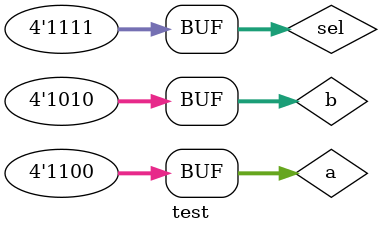
<source format=v>
module test;
  reg [3:0] a,b,sel;
  wire [3:0] x;
  wire o;
  alu duv(a,b,sel,x,o);
  initial begin
    $dumpfile("test.vcd");
    $dumpvars;
    $monitor("time%0t a=%b b=%b sel=%b x=%b o=%b",$time,a,b,sel,x,o);
    
    a=4'b1100; b=4'b1010;
     sel = 4'b0000; #10;
     sel = 4'b0001; #10;
     sel = 4'b0010; #10;
     sel = 4'b0011; #10;
     sel = 4'b0100; #10;
     sel = 4'b0101; #10;
     sel = 4'b0110; #10;
     sel = 4'b0111; #10;
     sel = 4'b1000; #10;
     sel = 4'b1001; #10;
     sel = 4'b1010; #10;
     sel = 4'b1011; #10;
     sel = 4'b1100; #10;
     sel = 4'b1101; #10;
     sel = 4'b1110; #10;
     sel = 4'b1111; #10;
  end
endmodule

    

</source>
